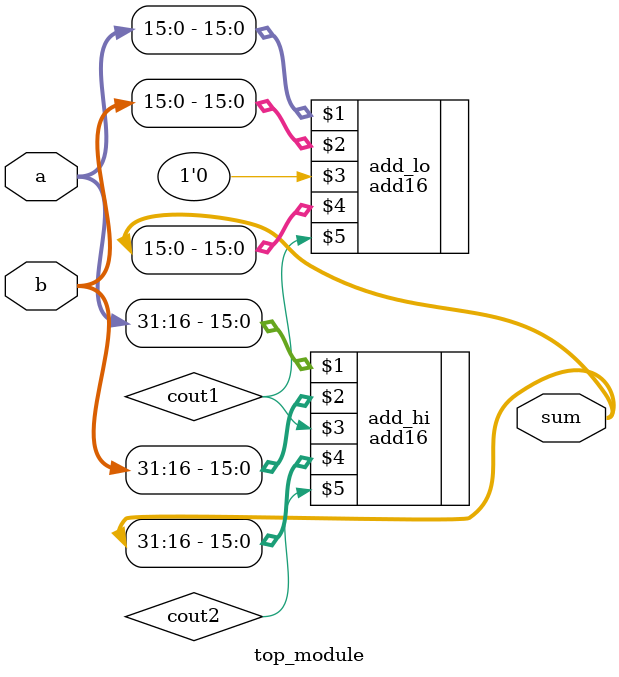
<source format=v>
module top_module(
    input [31:0] a,
    input [31:0] b,
    output [31:0] sum
);
    wire cout1,cout2;
    add16 add_lo (a[15:0],b[15:0],1'b0,sum[15:0],cout1);
    add16 add_hi (a[31:16],b[31:16],cout1,sum[31:16],cout2);
endmodule

</source>
